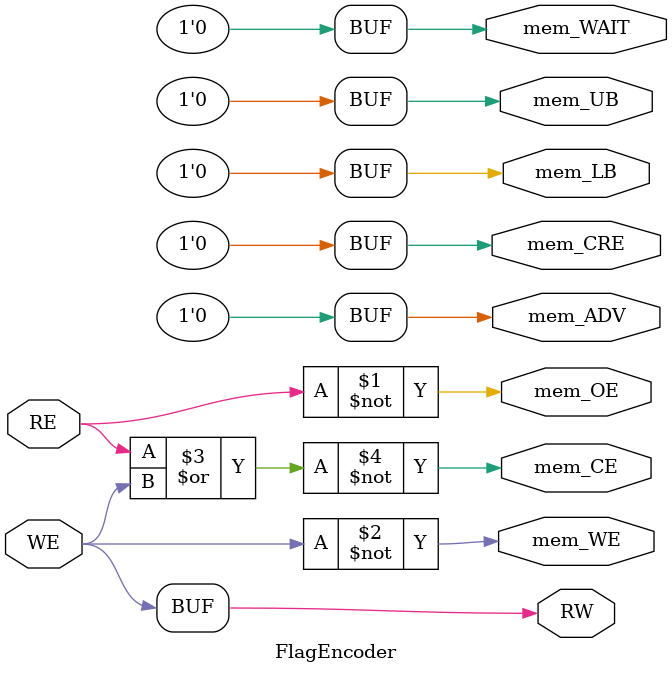
<source format=v>
`timescale 1ns / 1ps
module FlagEncoder(
input RE, input WE, output RW,
output mem_OE, output mem_WE, output mem_CE, output mem_ADV, output mem_WAIT, output mem_UB, output mem_LB, output mem_CRE);
	
	assign RW = WE;
	
	assign mem_OE   = ~RE;
	assign mem_WE	 = ~WE;
	assign mem_CE   = ~(RE|WE);
	
	assign mem_ADV  = 1'b0;
	assign mem_WAIT = 1'b0;
	assign mem_UB   = 1'b0;
	assign mem_LB   = 1'b0;
	assign mem_CRE  = 1'b0;
	
endmodule

</source>
